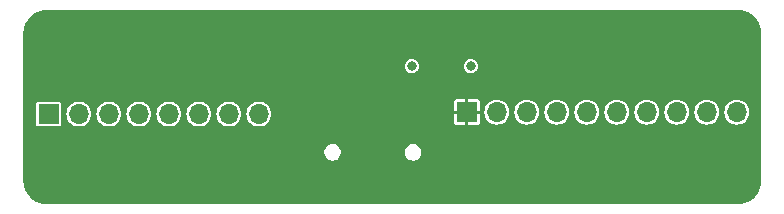
<source format=gbr>
%TF.GenerationSoftware,KiCad,Pcbnew,7.0.7*%
%TF.CreationDate,2023-12-21T12:45:23+01:00*%
%TF.ProjectId,IR range extender v0r1,49522072-616e-4676-9520-657874656e64,rev?*%
%TF.SameCoordinates,Original*%
%TF.FileFunction,Copper,L3,Inr*%
%TF.FilePolarity,Positive*%
%FSLAX46Y46*%
G04 Gerber Fmt 4.6, Leading zero omitted, Abs format (unit mm)*
G04 Created by KiCad (PCBNEW 7.0.7) date 2023-12-21 12:45:23*
%MOMM*%
%LPD*%
G01*
G04 APERTURE LIST*
%TA.AperFunction,ComponentPad*%
%ADD10R,1.700000X1.700000*%
%TD*%
%TA.AperFunction,ComponentPad*%
%ADD11O,1.700000X1.700000*%
%TD*%
%TA.AperFunction,ViaPad*%
%ADD12C,0.800000*%
%TD*%
G04 APERTURE END LIST*
D10*
%TO.N,unconnected-(J2-Pin_1-Pad1)*%
%TO.C,J2*%
X63660000Y-84350000D03*
D11*
%TO.N,A7*%
X66200000Y-84350000D03*
%TO.N,unconnected-(J2-Pin_3-Pad3)*%
X68740000Y-84350000D03*
%TO.N,unconnected-(J2-Pin_4-Pad4)*%
X71280000Y-84350000D03*
%TO.N,unconnected-(J2-Pin_5-Pad5)*%
X73820000Y-84350000D03*
%TO.N,unconnected-(J2-Pin_6-Pad6)*%
X76360000Y-84350000D03*
%TO.N,unconnected-(J2-Pin_7-Pad7)*%
X78900000Y-84350000D03*
%TO.N,GND*%
X81440000Y-84350000D03*
%TD*%
D10*
%TO.N,+3.3V*%
%TO.C,J1*%
X99060000Y-84200000D03*
D11*
%TO.N,unconnected-(J1-Pin_2-Pad2)*%
X101600000Y-84200000D03*
%TO.N,GND*%
X104140000Y-84200000D03*
%TO.N,unconnected-(J1-Pin_4-Pad4)*%
X106680000Y-84200000D03*
%TO.N,unconnected-(J1-Pin_5-Pad5)*%
X109220000Y-84200000D03*
%TO.N,unconnected-(J1-Pin_6-Pad6)*%
X111760000Y-84200000D03*
%TO.N,unconnected-(J1-Pin_7-Pad7)*%
X114300000Y-84200000D03*
%TO.N,unconnected-(J1-Pin_8-Pad8)*%
X116840000Y-84200000D03*
%TO.N,unconnected-(J1-Pin_9-Pad9)*%
X119380000Y-84200000D03*
%TO.N,GND*%
X121920000Y-84200000D03*
%TD*%
D12*
%TO.N,+3.3V*%
X68600000Y-82500000D03*
X106200000Y-88600000D03*
X117000000Y-82500000D03*
%TO.N,Net-(Q2-B)*%
X94400000Y-80300000D03*
X99400000Y-80300000D03*
%TD*%
%TA.AperFunction,Conductor*%
%TO.N,+3.3V*%
G36*
X121986799Y-75514780D02*
G01*
X122069468Y-75520198D01*
X122253136Y-75533333D01*
X122257014Y-75533854D01*
X122375239Y-75557370D01*
X122521142Y-75589110D01*
X122524539Y-75590052D01*
X122645215Y-75631016D01*
X122778992Y-75680912D01*
X122781878Y-75682158D01*
X122898739Y-75739787D01*
X123021904Y-75807040D01*
X123024289Y-75808484D01*
X123082361Y-75847286D01*
X123133113Y-75881198D01*
X123134484Y-75882168D01*
X123245381Y-75965184D01*
X123247264Y-75966711D01*
X123346037Y-76053333D01*
X123347542Y-76054742D01*
X123445256Y-76152456D01*
X123446665Y-76153961D01*
X123533287Y-76252734D01*
X123534822Y-76254627D01*
X123617826Y-76365508D01*
X123618800Y-76366885D01*
X123691508Y-76475699D01*
X123692964Y-76478104D01*
X123760213Y-76601261D01*
X123817830Y-76718097D01*
X123819093Y-76721023D01*
X123868985Y-76854789D01*
X123909942Y-76975448D01*
X123910895Y-76978881D01*
X123942637Y-77124803D01*
X123966141Y-77242968D01*
X123966666Y-77246870D01*
X123979804Y-77430578D01*
X123983076Y-77480496D01*
X123985219Y-77513200D01*
X123985286Y-77515244D01*
X123985286Y-89984755D01*
X123985219Y-89986800D01*
X123983323Y-90015725D01*
X123979804Y-90069421D01*
X123966666Y-90253128D01*
X123966141Y-90257029D01*
X123942637Y-90375196D01*
X123910895Y-90521117D01*
X123909942Y-90524549D01*
X123868985Y-90645210D01*
X123819093Y-90778975D01*
X123817830Y-90781901D01*
X123760213Y-90898738D01*
X123692964Y-91021894D01*
X123691508Y-91024299D01*
X123618800Y-91133113D01*
X123617826Y-91134490D01*
X123534822Y-91245371D01*
X123533287Y-91247264D01*
X123446665Y-91346037D01*
X123445256Y-91347542D01*
X123347542Y-91445256D01*
X123346037Y-91446665D01*
X123247264Y-91533287D01*
X123245371Y-91534822D01*
X123134490Y-91617826D01*
X123133113Y-91618800D01*
X123024299Y-91691508D01*
X123021894Y-91692964D01*
X122898738Y-91760213D01*
X122781901Y-91817830D01*
X122778975Y-91819093D01*
X122645210Y-91868985D01*
X122524549Y-91909942D01*
X122521117Y-91910895D01*
X122375196Y-91942637D01*
X122257029Y-91966141D01*
X122253128Y-91966666D01*
X122069421Y-91979804D01*
X122018073Y-91983170D01*
X121986799Y-91985219D01*
X121984756Y-91985286D01*
X63515244Y-91985286D01*
X63513200Y-91985219D01*
X63480496Y-91983076D01*
X63430578Y-91979804D01*
X63246870Y-91966666D01*
X63242968Y-91966141D01*
X63124803Y-91942637D01*
X62978881Y-91910895D01*
X62975448Y-91909942D01*
X62854789Y-91868985D01*
X62721023Y-91819093D01*
X62718102Y-91817832D01*
X62601257Y-91760210D01*
X62478104Y-91692964D01*
X62475699Y-91691508D01*
X62366885Y-91618800D01*
X62365508Y-91617826D01*
X62254627Y-91534822D01*
X62252734Y-91533287D01*
X62153961Y-91446665D01*
X62152456Y-91445256D01*
X62054742Y-91347542D01*
X62053333Y-91346037D01*
X61966711Y-91247264D01*
X61965184Y-91245381D01*
X61882168Y-91134484D01*
X61881198Y-91133113D01*
X61856338Y-91095907D01*
X61808484Y-91024289D01*
X61807040Y-91021904D01*
X61739787Y-90898738D01*
X61682158Y-90781878D01*
X61680912Y-90778992D01*
X61631015Y-90645210D01*
X61590052Y-90524539D01*
X61589110Y-90521142D01*
X61557370Y-90375239D01*
X61533854Y-90257014D01*
X61533333Y-90253136D01*
X61520194Y-90069410D01*
X61514780Y-89986800D01*
X61514714Y-89984756D01*
X61514714Y-87684388D01*
X87005002Y-87684388D01*
X87045391Y-87848259D01*
X87045391Y-87848260D01*
X87045392Y-87848261D01*
X87123827Y-87997705D01*
X87235747Y-88124036D01*
X87374646Y-88219911D01*
X87374646Y-88219912D01*
X87471059Y-88256476D01*
X87532456Y-88279761D01*
X87657959Y-88295000D01*
X87657963Y-88295000D01*
X87742041Y-88295000D01*
X87742045Y-88295000D01*
X87867548Y-88279761D01*
X88025357Y-88219912D01*
X88164257Y-88124036D01*
X88276177Y-87997705D01*
X88354612Y-87848261D01*
X88395002Y-87684388D01*
X93804998Y-87684388D01*
X93845387Y-87848259D01*
X93845387Y-87848260D01*
X93845388Y-87848261D01*
X93923823Y-87997705D01*
X94035743Y-88124036D01*
X94174642Y-88219911D01*
X94174642Y-88219912D01*
X94271055Y-88256476D01*
X94332452Y-88279761D01*
X94457955Y-88295000D01*
X94457959Y-88295000D01*
X94542037Y-88295000D01*
X94542041Y-88295000D01*
X94667544Y-88279761D01*
X94825353Y-88219912D01*
X94964253Y-88124036D01*
X95076173Y-87997705D01*
X95154608Y-87848261D01*
X95194998Y-87684388D01*
X95194998Y-87515612D01*
X95154608Y-87351739D01*
X95076173Y-87202295D01*
X94964253Y-87075964D01*
X94825353Y-86980088D01*
X94825353Y-86980087D01*
X94667545Y-86920239D01*
X94642443Y-86917191D01*
X94542041Y-86905000D01*
X94457955Y-86905000D01*
X94374286Y-86915159D01*
X94332450Y-86920239D01*
X94174642Y-86980087D01*
X94174642Y-86980088D01*
X94035744Y-87075963D01*
X94035742Y-87075965D01*
X93923822Y-87202296D01*
X93845387Y-87351740D01*
X93804998Y-87515611D01*
X93804998Y-87684388D01*
X88395002Y-87684388D01*
X88395002Y-87515612D01*
X88354612Y-87351739D01*
X88276177Y-87202295D01*
X88164257Y-87075964D01*
X88025357Y-86980088D01*
X88025357Y-86980087D01*
X87867549Y-86920239D01*
X87842447Y-86917191D01*
X87742045Y-86905000D01*
X87657959Y-86905000D01*
X87574290Y-86915159D01*
X87532454Y-86920239D01*
X87374646Y-86980087D01*
X87374646Y-86980088D01*
X87235748Y-87075963D01*
X87235746Y-87075965D01*
X87123826Y-87202296D01*
X87045391Y-87351740D01*
X87005002Y-87515611D01*
X87005002Y-87684388D01*
X61514714Y-87684388D01*
X61514714Y-85219744D01*
X62609499Y-85219744D01*
X62609500Y-85219748D01*
X62621133Y-85278231D01*
X62665448Y-85344552D01*
X62731769Y-85388867D01*
X62790252Y-85400500D01*
X62790255Y-85400500D01*
X64529745Y-85400500D01*
X64529748Y-85400500D01*
X64588231Y-85388867D01*
X64654552Y-85344552D01*
X64698867Y-85278231D01*
X64710500Y-85219748D01*
X64710500Y-84350000D01*
X65144417Y-84350000D01*
X65164700Y-84555936D01*
X65164702Y-84555942D01*
X65224766Y-84753952D01*
X65224767Y-84753954D01*
X65322312Y-84936446D01*
X65322314Y-84936449D01*
X65322315Y-84936450D01*
X65453590Y-85096410D01*
X65613550Y-85227685D01*
X65613551Y-85227685D01*
X65613553Y-85227687D01*
X65796045Y-85325232D01*
X65796047Y-85325233D01*
X65938763Y-85368524D01*
X65994066Y-85385300D01*
X66200000Y-85405583D01*
X66405934Y-85385300D01*
X66540264Y-85344552D01*
X66603952Y-85325233D01*
X66603954Y-85325232D01*
X66786446Y-85227687D01*
X66786445Y-85227687D01*
X66786450Y-85227685D01*
X66946410Y-85096410D01*
X67077685Y-84936450D01*
X67175232Y-84753954D01*
X67235300Y-84555934D01*
X67255583Y-84350000D01*
X67255583Y-84349999D01*
X67684417Y-84349999D01*
X67704700Y-84555936D01*
X67704702Y-84555942D01*
X67764766Y-84753952D01*
X67764767Y-84753954D01*
X67862312Y-84936446D01*
X67862314Y-84936449D01*
X67862315Y-84936450D01*
X67993590Y-85096410D01*
X68153550Y-85227685D01*
X68153551Y-85227685D01*
X68153553Y-85227687D01*
X68336045Y-85325232D01*
X68336047Y-85325233D01*
X68478763Y-85368524D01*
X68534066Y-85385300D01*
X68740000Y-85405583D01*
X68945934Y-85385300D01*
X69080264Y-85344552D01*
X69143952Y-85325233D01*
X69143954Y-85325232D01*
X69326446Y-85227687D01*
X69326445Y-85227687D01*
X69326450Y-85227685D01*
X69486410Y-85096410D01*
X69617685Y-84936450D01*
X69715232Y-84753954D01*
X69775300Y-84555934D01*
X69795583Y-84350000D01*
X69795583Y-84349999D01*
X70224417Y-84349999D01*
X70244700Y-84555936D01*
X70244702Y-84555942D01*
X70304766Y-84753952D01*
X70304767Y-84753954D01*
X70402312Y-84936446D01*
X70402314Y-84936449D01*
X70402315Y-84936450D01*
X70533590Y-85096410D01*
X70693550Y-85227685D01*
X70693551Y-85227685D01*
X70693553Y-85227687D01*
X70876045Y-85325232D01*
X70876047Y-85325233D01*
X71018763Y-85368524D01*
X71074066Y-85385300D01*
X71280000Y-85405583D01*
X71485934Y-85385300D01*
X71620264Y-85344552D01*
X71683952Y-85325233D01*
X71683954Y-85325232D01*
X71866446Y-85227687D01*
X71866445Y-85227687D01*
X71866450Y-85227685D01*
X72026410Y-85096410D01*
X72157685Y-84936450D01*
X72255232Y-84753954D01*
X72315300Y-84555934D01*
X72335583Y-84350000D01*
X72335583Y-84349999D01*
X72764417Y-84349999D01*
X72784700Y-84555936D01*
X72784702Y-84555942D01*
X72844766Y-84753952D01*
X72844767Y-84753954D01*
X72942312Y-84936446D01*
X72942314Y-84936449D01*
X72942315Y-84936450D01*
X73073590Y-85096410D01*
X73233550Y-85227685D01*
X73233551Y-85227685D01*
X73233553Y-85227687D01*
X73416045Y-85325232D01*
X73416047Y-85325233D01*
X73558763Y-85368524D01*
X73614066Y-85385300D01*
X73820000Y-85405583D01*
X74025934Y-85385300D01*
X74160264Y-85344552D01*
X74223952Y-85325233D01*
X74223954Y-85325232D01*
X74406446Y-85227687D01*
X74406445Y-85227687D01*
X74406450Y-85227685D01*
X74566410Y-85096410D01*
X74697685Y-84936450D01*
X74795232Y-84753954D01*
X74855300Y-84555934D01*
X74875583Y-84350000D01*
X75304417Y-84350000D01*
X75324700Y-84555936D01*
X75324702Y-84555942D01*
X75384766Y-84753952D01*
X75384767Y-84753954D01*
X75482312Y-84936446D01*
X75482314Y-84936449D01*
X75482315Y-84936450D01*
X75613590Y-85096410D01*
X75773550Y-85227685D01*
X75773551Y-85227685D01*
X75773553Y-85227687D01*
X75956045Y-85325232D01*
X75956047Y-85325233D01*
X76098763Y-85368524D01*
X76154066Y-85385300D01*
X76360000Y-85405583D01*
X76565934Y-85385300D01*
X76700264Y-85344552D01*
X76763952Y-85325233D01*
X76763954Y-85325232D01*
X76946446Y-85227687D01*
X76946445Y-85227687D01*
X76946450Y-85227685D01*
X77106410Y-85096410D01*
X77237685Y-84936450D01*
X77335232Y-84753954D01*
X77395300Y-84555934D01*
X77415583Y-84350000D01*
X77415583Y-84349999D01*
X77844417Y-84349999D01*
X77864700Y-84555936D01*
X77864702Y-84555942D01*
X77924766Y-84753952D01*
X77924767Y-84753954D01*
X78022312Y-84936446D01*
X78022314Y-84936449D01*
X78022315Y-84936450D01*
X78153590Y-85096410D01*
X78313550Y-85227685D01*
X78313551Y-85227685D01*
X78313553Y-85227687D01*
X78496045Y-85325232D01*
X78496047Y-85325233D01*
X78638763Y-85368524D01*
X78694066Y-85385300D01*
X78900000Y-85405583D01*
X79105934Y-85385300D01*
X79240264Y-85344552D01*
X79303952Y-85325233D01*
X79303954Y-85325232D01*
X79486446Y-85227687D01*
X79486445Y-85227687D01*
X79486450Y-85227685D01*
X79646410Y-85096410D01*
X79777685Y-84936450D01*
X79875232Y-84753954D01*
X79935300Y-84555934D01*
X79955583Y-84350000D01*
X79955583Y-84349999D01*
X80384417Y-84349999D01*
X80404700Y-84555936D01*
X80404702Y-84555942D01*
X80464766Y-84753952D01*
X80464767Y-84753954D01*
X80562312Y-84936446D01*
X80562314Y-84936449D01*
X80562315Y-84936450D01*
X80693590Y-85096410D01*
X80853550Y-85227685D01*
X80853551Y-85227685D01*
X80853553Y-85227687D01*
X81036045Y-85325232D01*
X81036047Y-85325233D01*
X81178763Y-85368524D01*
X81234066Y-85385300D01*
X81440000Y-85405583D01*
X81645934Y-85385300D01*
X81780264Y-85344552D01*
X81843952Y-85325233D01*
X81843954Y-85325232D01*
X82026446Y-85227687D01*
X82026445Y-85227687D01*
X82026450Y-85227685D01*
X82186410Y-85096410D01*
X82203807Y-85075212D01*
X97954000Y-85075212D01*
X97968853Y-85149886D01*
X98025432Y-85234561D01*
X98025438Y-85234567D01*
X98110113Y-85291146D01*
X98184787Y-85306000D01*
X98931999Y-85306000D01*
X98932000Y-85305999D01*
X98932000Y-84759444D01*
X98950452Y-84714896D01*
X98995000Y-84696444D01*
X99003958Y-84697084D01*
X99024237Y-84700000D01*
X99024243Y-84700000D01*
X99095757Y-84700000D01*
X99095763Y-84700000D01*
X99116034Y-84697085D01*
X99162754Y-84709009D01*
X99187359Y-84750477D01*
X99188000Y-84759444D01*
X99188000Y-85305999D01*
X99188001Y-85306000D01*
X99935213Y-85306000D01*
X100009886Y-85291146D01*
X100094561Y-85234567D01*
X100094567Y-85234561D01*
X100151146Y-85149886D01*
X100165999Y-85075212D01*
X100165999Y-84328000D01*
X99623000Y-84328000D01*
X99578452Y-84309548D01*
X99560000Y-84265000D01*
X99560000Y-84200000D01*
X100544417Y-84200000D01*
X100564700Y-84405936D01*
X100564702Y-84405942D01*
X100624766Y-84603952D01*
X100624767Y-84603954D01*
X100722312Y-84786446D01*
X100722314Y-84786449D01*
X100722315Y-84786450D01*
X100853590Y-84946410D01*
X101013550Y-85077685D01*
X101013551Y-85077685D01*
X101013553Y-85077687D01*
X101196045Y-85175232D01*
X101196047Y-85175233D01*
X101338763Y-85218524D01*
X101394066Y-85235300D01*
X101600000Y-85255583D01*
X101805934Y-85235300D01*
X101923378Y-85199674D01*
X102003952Y-85175233D01*
X102003954Y-85175232D01*
X102186446Y-85077687D01*
X102186445Y-85077687D01*
X102186450Y-85077685D01*
X102346410Y-84946410D01*
X102477685Y-84786450D01*
X102575232Y-84603954D01*
X102635300Y-84405934D01*
X102655583Y-84200000D01*
X103084417Y-84200000D01*
X103104700Y-84405936D01*
X103104702Y-84405942D01*
X103164766Y-84603952D01*
X103164767Y-84603954D01*
X103262312Y-84786446D01*
X103262314Y-84786449D01*
X103262315Y-84786450D01*
X103393590Y-84946410D01*
X103553550Y-85077685D01*
X103553551Y-85077685D01*
X103553553Y-85077687D01*
X103736045Y-85175232D01*
X103736047Y-85175233D01*
X103878763Y-85218524D01*
X103934066Y-85235300D01*
X104140000Y-85255583D01*
X104345934Y-85235300D01*
X104463378Y-85199674D01*
X104543952Y-85175233D01*
X104543954Y-85175232D01*
X104726446Y-85077687D01*
X104726445Y-85077687D01*
X104726450Y-85077685D01*
X104886410Y-84946410D01*
X105017685Y-84786450D01*
X105115232Y-84603954D01*
X105175300Y-84405934D01*
X105195583Y-84200000D01*
X105624417Y-84200000D01*
X105644700Y-84405936D01*
X105644702Y-84405942D01*
X105704766Y-84603952D01*
X105704767Y-84603954D01*
X105802312Y-84786446D01*
X105802314Y-84786449D01*
X105802315Y-84786450D01*
X105933590Y-84946410D01*
X106093550Y-85077685D01*
X106093551Y-85077685D01*
X106093553Y-85077687D01*
X106276045Y-85175232D01*
X106276047Y-85175233D01*
X106418763Y-85218524D01*
X106474066Y-85235300D01*
X106680000Y-85255583D01*
X106885934Y-85235300D01*
X107003378Y-85199674D01*
X107083952Y-85175233D01*
X107083954Y-85175232D01*
X107266446Y-85077687D01*
X107266445Y-85077687D01*
X107266450Y-85077685D01*
X107426410Y-84946410D01*
X107557685Y-84786450D01*
X107655232Y-84603954D01*
X107715300Y-84405934D01*
X107735583Y-84200000D01*
X107735583Y-84199999D01*
X108164417Y-84199999D01*
X108184700Y-84405936D01*
X108184702Y-84405942D01*
X108244766Y-84603952D01*
X108244767Y-84603954D01*
X108342312Y-84786446D01*
X108342314Y-84786449D01*
X108342315Y-84786450D01*
X108473590Y-84946410D01*
X108633550Y-85077685D01*
X108633551Y-85077685D01*
X108633553Y-85077687D01*
X108816045Y-85175232D01*
X108816047Y-85175233D01*
X108958763Y-85218524D01*
X109014066Y-85235300D01*
X109220000Y-85255583D01*
X109425934Y-85235300D01*
X109543378Y-85199674D01*
X109623952Y-85175233D01*
X109623954Y-85175232D01*
X109806446Y-85077687D01*
X109806445Y-85077687D01*
X109806450Y-85077685D01*
X109966410Y-84946410D01*
X110097685Y-84786450D01*
X110195232Y-84603954D01*
X110255300Y-84405934D01*
X110275583Y-84200000D01*
X110275583Y-84199999D01*
X110704417Y-84199999D01*
X110724700Y-84405936D01*
X110724702Y-84405942D01*
X110784766Y-84603952D01*
X110784767Y-84603954D01*
X110882312Y-84786446D01*
X110882314Y-84786449D01*
X110882315Y-84786450D01*
X111013590Y-84946410D01*
X111173550Y-85077685D01*
X111173551Y-85077685D01*
X111173553Y-85077687D01*
X111356045Y-85175232D01*
X111356047Y-85175233D01*
X111498763Y-85218524D01*
X111554066Y-85235300D01*
X111760000Y-85255583D01*
X111965934Y-85235300D01*
X112083378Y-85199674D01*
X112163952Y-85175233D01*
X112163954Y-85175232D01*
X112346446Y-85077687D01*
X112346445Y-85077687D01*
X112346450Y-85077685D01*
X112506410Y-84946410D01*
X112637685Y-84786450D01*
X112735232Y-84603954D01*
X112795300Y-84405934D01*
X112815583Y-84200000D01*
X112815583Y-84199999D01*
X113244417Y-84199999D01*
X113264700Y-84405936D01*
X113264702Y-84405942D01*
X113324766Y-84603952D01*
X113324767Y-84603954D01*
X113422312Y-84786446D01*
X113422314Y-84786449D01*
X113422315Y-84786450D01*
X113553590Y-84946410D01*
X113713550Y-85077685D01*
X113713551Y-85077685D01*
X113713553Y-85077687D01*
X113896045Y-85175232D01*
X113896047Y-85175233D01*
X114038763Y-85218524D01*
X114094066Y-85235300D01*
X114300000Y-85255583D01*
X114505934Y-85235300D01*
X114623378Y-85199674D01*
X114703952Y-85175233D01*
X114703954Y-85175232D01*
X114886446Y-85077687D01*
X114886445Y-85077687D01*
X114886450Y-85077685D01*
X115046410Y-84946410D01*
X115177685Y-84786450D01*
X115275232Y-84603954D01*
X115335300Y-84405934D01*
X115355583Y-84200000D01*
X115355583Y-84199999D01*
X115784417Y-84199999D01*
X115804700Y-84405936D01*
X115804702Y-84405942D01*
X115864766Y-84603952D01*
X115864767Y-84603954D01*
X115962312Y-84786446D01*
X115962314Y-84786449D01*
X115962315Y-84786450D01*
X116093590Y-84946410D01*
X116253550Y-85077685D01*
X116253551Y-85077685D01*
X116253553Y-85077687D01*
X116436045Y-85175232D01*
X116436047Y-85175233D01*
X116578763Y-85218524D01*
X116634066Y-85235300D01*
X116840000Y-85255583D01*
X117045934Y-85235300D01*
X117163378Y-85199674D01*
X117243952Y-85175233D01*
X117243954Y-85175232D01*
X117426446Y-85077687D01*
X117426445Y-85077687D01*
X117426450Y-85077685D01*
X117586410Y-84946410D01*
X117717685Y-84786450D01*
X117815232Y-84603954D01*
X117875300Y-84405934D01*
X117895583Y-84200000D01*
X118324417Y-84200000D01*
X118344700Y-84405936D01*
X118344702Y-84405942D01*
X118404766Y-84603952D01*
X118404767Y-84603954D01*
X118502312Y-84786446D01*
X118502314Y-84786449D01*
X118502315Y-84786450D01*
X118633590Y-84946410D01*
X118793550Y-85077685D01*
X118793551Y-85077685D01*
X118793553Y-85077687D01*
X118976045Y-85175232D01*
X118976047Y-85175233D01*
X119118763Y-85218524D01*
X119174066Y-85235300D01*
X119380000Y-85255583D01*
X119585934Y-85235300D01*
X119703378Y-85199674D01*
X119783952Y-85175233D01*
X119783954Y-85175232D01*
X119966446Y-85077687D01*
X119966445Y-85077687D01*
X119966450Y-85077685D01*
X120126410Y-84946410D01*
X120257685Y-84786450D01*
X120355232Y-84603954D01*
X120415300Y-84405934D01*
X120435583Y-84200000D01*
X120864417Y-84200000D01*
X120884700Y-84405936D01*
X120884702Y-84405942D01*
X120944766Y-84603952D01*
X120944767Y-84603954D01*
X121042312Y-84786446D01*
X121042314Y-84786449D01*
X121042315Y-84786450D01*
X121173590Y-84946410D01*
X121333550Y-85077685D01*
X121333551Y-85077685D01*
X121333553Y-85077687D01*
X121516045Y-85175232D01*
X121516047Y-85175233D01*
X121658763Y-85218524D01*
X121714066Y-85235300D01*
X121920000Y-85255583D01*
X122125934Y-85235300D01*
X122243378Y-85199674D01*
X122323952Y-85175233D01*
X122323954Y-85175232D01*
X122506446Y-85077687D01*
X122506445Y-85077687D01*
X122506450Y-85077685D01*
X122666410Y-84946410D01*
X122797685Y-84786450D01*
X122895232Y-84603954D01*
X122955300Y-84405934D01*
X122975583Y-84200000D01*
X122955300Y-83994066D01*
X122938524Y-83938763D01*
X122895233Y-83796047D01*
X122895232Y-83796045D01*
X122797687Y-83613553D01*
X122789511Y-83603590D01*
X122666410Y-83453590D01*
X122506450Y-83322315D01*
X122506449Y-83322314D01*
X122506446Y-83322312D01*
X122323954Y-83224767D01*
X122323952Y-83224766D01*
X122125942Y-83164702D01*
X122125936Y-83164700D01*
X121920000Y-83144417D01*
X121714063Y-83164700D01*
X121714057Y-83164702D01*
X121516047Y-83224766D01*
X121516045Y-83224767D01*
X121333553Y-83322312D01*
X121173590Y-83453590D01*
X121042312Y-83613553D01*
X120944767Y-83796045D01*
X120944766Y-83796047D01*
X120884702Y-83994057D01*
X120884700Y-83994063D01*
X120864417Y-84200000D01*
X120435583Y-84200000D01*
X120415300Y-83994066D01*
X120398524Y-83938763D01*
X120355233Y-83796047D01*
X120355232Y-83796045D01*
X120257687Y-83613553D01*
X120249511Y-83603590D01*
X120126410Y-83453590D01*
X119966450Y-83322315D01*
X119966449Y-83322314D01*
X119966446Y-83322312D01*
X119783954Y-83224767D01*
X119783952Y-83224766D01*
X119585942Y-83164702D01*
X119585936Y-83164700D01*
X119448644Y-83151178D01*
X119380000Y-83144417D01*
X119379999Y-83144417D01*
X119174063Y-83164700D01*
X119174057Y-83164702D01*
X118976047Y-83224766D01*
X118976045Y-83224767D01*
X118793553Y-83322312D01*
X118633590Y-83453590D01*
X118502312Y-83613553D01*
X118404767Y-83796045D01*
X118404766Y-83796047D01*
X118344702Y-83994057D01*
X118344700Y-83994063D01*
X118324417Y-84200000D01*
X117895583Y-84200000D01*
X117875300Y-83994066D01*
X117858524Y-83938763D01*
X117815233Y-83796047D01*
X117815232Y-83796045D01*
X117717687Y-83613553D01*
X117709511Y-83603590D01*
X117586410Y-83453590D01*
X117426450Y-83322315D01*
X117426449Y-83322314D01*
X117426446Y-83322312D01*
X117243954Y-83224767D01*
X117243952Y-83224766D01*
X117045942Y-83164702D01*
X117045936Y-83164700D01*
X116840000Y-83144417D01*
X116634063Y-83164700D01*
X116634057Y-83164702D01*
X116436047Y-83224766D01*
X116436045Y-83224767D01*
X116253553Y-83322312D01*
X116093590Y-83453590D01*
X115962312Y-83613553D01*
X115864767Y-83796045D01*
X115864766Y-83796047D01*
X115804702Y-83994057D01*
X115804700Y-83994063D01*
X115784417Y-84199999D01*
X115355583Y-84199999D01*
X115335300Y-83994066D01*
X115318524Y-83938763D01*
X115275233Y-83796047D01*
X115275232Y-83796045D01*
X115177687Y-83613553D01*
X115169511Y-83603590D01*
X115046410Y-83453590D01*
X114886450Y-83322315D01*
X114886449Y-83322314D01*
X114886446Y-83322312D01*
X114703954Y-83224767D01*
X114703952Y-83224766D01*
X114505942Y-83164702D01*
X114505936Y-83164700D01*
X114300000Y-83144417D01*
X114094063Y-83164700D01*
X114094057Y-83164702D01*
X113896047Y-83224766D01*
X113896045Y-83224767D01*
X113713553Y-83322312D01*
X113553590Y-83453590D01*
X113422312Y-83613553D01*
X113324767Y-83796045D01*
X113324766Y-83796047D01*
X113264702Y-83994057D01*
X113264700Y-83994063D01*
X113244417Y-84199999D01*
X112815583Y-84199999D01*
X112795300Y-83994066D01*
X112778524Y-83938763D01*
X112735233Y-83796047D01*
X112735232Y-83796045D01*
X112637687Y-83613553D01*
X112629511Y-83603590D01*
X112506410Y-83453590D01*
X112346450Y-83322315D01*
X112346449Y-83322314D01*
X112346446Y-83322312D01*
X112163954Y-83224767D01*
X112163952Y-83224766D01*
X111965942Y-83164702D01*
X111965936Y-83164700D01*
X111760000Y-83144417D01*
X111554063Y-83164700D01*
X111554057Y-83164702D01*
X111356047Y-83224766D01*
X111356045Y-83224767D01*
X111173553Y-83322312D01*
X111013590Y-83453590D01*
X110882312Y-83613553D01*
X110784767Y-83796045D01*
X110784766Y-83796047D01*
X110724702Y-83994057D01*
X110724700Y-83994063D01*
X110704417Y-84199999D01*
X110275583Y-84199999D01*
X110255300Y-83994066D01*
X110238524Y-83938763D01*
X110195233Y-83796047D01*
X110195232Y-83796045D01*
X110097687Y-83613553D01*
X110089511Y-83603590D01*
X109966410Y-83453590D01*
X109806450Y-83322315D01*
X109806449Y-83322314D01*
X109806446Y-83322312D01*
X109623954Y-83224767D01*
X109623952Y-83224766D01*
X109425942Y-83164702D01*
X109425936Y-83164700D01*
X109288644Y-83151178D01*
X109220000Y-83144417D01*
X109219999Y-83144417D01*
X109014063Y-83164700D01*
X109014057Y-83164702D01*
X108816047Y-83224766D01*
X108816045Y-83224767D01*
X108633553Y-83322312D01*
X108473590Y-83453590D01*
X108342312Y-83613553D01*
X108244767Y-83796045D01*
X108244766Y-83796047D01*
X108184702Y-83994057D01*
X108184700Y-83994063D01*
X108164417Y-84199999D01*
X107735583Y-84199999D01*
X107715300Y-83994066D01*
X107698524Y-83938763D01*
X107655233Y-83796047D01*
X107655232Y-83796045D01*
X107557687Y-83613553D01*
X107549511Y-83603590D01*
X107426410Y-83453590D01*
X107266450Y-83322315D01*
X107266449Y-83322314D01*
X107266446Y-83322312D01*
X107083954Y-83224767D01*
X107083952Y-83224766D01*
X106885942Y-83164702D01*
X106885936Y-83164700D01*
X106680000Y-83144417D01*
X106474063Y-83164700D01*
X106474057Y-83164702D01*
X106276047Y-83224766D01*
X106276045Y-83224767D01*
X106093553Y-83322312D01*
X105933590Y-83453590D01*
X105802312Y-83613553D01*
X105704767Y-83796045D01*
X105704766Y-83796047D01*
X105644702Y-83994057D01*
X105644700Y-83994063D01*
X105624417Y-84200000D01*
X105195583Y-84200000D01*
X105175300Y-83994066D01*
X105158524Y-83938763D01*
X105115233Y-83796047D01*
X105115232Y-83796045D01*
X105017687Y-83613553D01*
X105009511Y-83603590D01*
X104886410Y-83453590D01*
X104726450Y-83322315D01*
X104726449Y-83322314D01*
X104726446Y-83322312D01*
X104543954Y-83224767D01*
X104543952Y-83224766D01*
X104345942Y-83164702D01*
X104345936Y-83164700D01*
X104140000Y-83144417D01*
X103934063Y-83164700D01*
X103934057Y-83164702D01*
X103736047Y-83224766D01*
X103736045Y-83224767D01*
X103553553Y-83322312D01*
X103393590Y-83453590D01*
X103262312Y-83613553D01*
X103164767Y-83796045D01*
X103164766Y-83796047D01*
X103104702Y-83994057D01*
X103104700Y-83994063D01*
X103084417Y-84200000D01*
X102655583Y-84200000D01*
X102635300Y-83994066D01*
X102618524Y-83938763D01*
X102575233Y-83796047D01*
X102575232Y-83796045D01*
X102477687Y-83613553D01*
X102469511Y-83603590D01*
X102346410Y-83453590D01*
X102186450Y-83322315D01*
X102186449Y-83322314D01*
X102186446Y-83322312D01*
X102003954Y-83224767D01*
X102003952Y-83224766D01*
X101805942Y-83164702D01*
X101805936Y-83164700D01*
X101600000Y-83144417D01*
X101394063Y-83164700D01*
X101394057Y-83164702D01*
X101196047Y-83224766D01*
X101196045Y-83224767D01*
X101013553Y-83322312D01*
X100853590Y-83453590D01*
X100722312Y-83613553D01*
X100624767Y-83796045D01*
X100624766Y-83796047D01*
X100564702Y-83994057D01*
X100564700Y-83994063D01*
X100544417Y-84200000D01*
X99560000Y-84200000D01*
X99560000Y-84135000D01*
X99578452Y-84090452D01*
X99623000Y-84072000D01*
X100165999Y-84072000D01*
X100165999Y-83324787D01*
X100151146Y-83250113D01*
X100094567Y-83165438D01*
X100094561Y-83165432D01*
X100009886Y-83108853D01*
X99935213Y-83094000D01*
X99188001Y-83094000D01*
X99188000Y-83094001D01*
X99188000Y-83640555D01*
X99169548Y-83685103D01*
X99125000Y-83703555D01*
X99116037Y-83702914D01*
X99095764Y-83700000D01*
X99095763Y-83700000D01*
X99024237Y-83700000D01*
X99024236Y-83700000D01*
X99003963Y-83702914D01*
X98957244Y-83690988D01*
X98932641Y-83649518D01*
X98932000Y-83640555D01*
X98932000Y-83094001D01*
X98931999Y-83094000D01*
X98184787Y-83094000D01*
X98110113Y-83108853D01*
X98025438Y-83165432D01*
X98025432Y-83165438D01*
X97968853Y-83250113D01*
X97954000Y-83324787D01*
X97954000Y-84071999D01*
X97954001Y-84072000D01*
X98497000Y-84072000D01*
X98541548Y-84090452D01*
X98560000Y-84135000D01*
X98560000Y-84265000D01*
X98541548Y-84309548D01*
X98497000Y-84328000D01*
X97954000Y-84328000D01*
X97954000Y-85075212D01*
X82203807Y-85075212D01*
X82317685Y-84936450D01*
X82415232Y-84753954D01*
X82475300Y-84555934D01*
X82495583Y-84350000D01*
X82475300Y-84144066D01*
X82429796Y-83994057D01*
X82415233Y-83946047D01*
X82415232Y-83946045D01*
X82317687Y-83763553D01*
X82317685Y-83763550D01*
X82186410Y-83603590D01*
X82026450Y-83472315D01*
X82026449Y-83472314D01*
X82026446Y-83472312D01*
X81843954Y-83374767D01*
X81843952Y-83374766D01*
X81645942Y-83314702D01*
X81645936Y-83314700D01*
X81440000Y-83294417D01*
X81234063Y-83314700D01*
X81234057Y-83314702D01*
X81036047Y-83374766D01*
X81036045Y-83374767D01*
X80853553Y-83472312D01*
X80693590Y-83603590D01*
X80562312Y-83763553D01*
X80464767Y-83946045D01*
X80464766Y-83946047D01*
X80404702Y-84144057D01*
X80404700Y-84144063D01*
X80384417Y-84349999D01*
X79955583Y-84349999D01*
X79935300Y-84144066D01*
X79889796Y-83994057D01*
X79875233Y-83946047D01*
X79875232Y-83946045D01*
X79777687Y-83763553D01*
X79777685Y-83763550D01*
X79646410Y-83603590D01*
X79486450Y-83472315D01*
X79486449Y-83472314D01*
X79486446Y-83472312D01*
X79303954Y-83374767D01*
X79303952Y-83374766D01*
X79105942Y-83314702D01*
X79105936Y-83314700D01*
X78951608Y-83299500D01*
X78900000Y-83294417D01*
X78899999Y-83294417D01*
X78694063Y-83314700D01*
X78694057Y-83314702D01*
X78496047Y-83374766D01*
X78496045Y-83374767D01*
X78313553Y-83472312D01*
X78153590Y-83603590D01*
X78022312Y-83763553D01*
X77924767Y-83946045D01*
X77924766Y-83946047D01*
X77864702Y-84144057D01*
X77864700Y-84144063D01*
X77844417Y-84349999D01*
X77415583Y-84349999D01*
X77395300Y-84144066D01*
X77349796Y-83994057D01*
X77335233Y-83946047D01*
X77335232Y-83946045D01*
X77237687Y-83763553D01*
X77237685Y-83763550D01*
X77106410Y-83603590D01*
X76946450Y-83472315D01*
X76946449Y-83472314D01*
X76946446Y-83472312D01*
X76763954Y-83374767D01*
X76763952Y-83374766D01*
X76565942Y-83314702D01*
X76565936Y-83314700D01*
X76360000Y-83294417D01*
X76154063Y-83314700D01*
X76154057Y-83314702D01*
X75956047Y-83374766D01*
X75956045Y-83374767D01*
X75773553Y-83472312D01*
X75613590Y-83603590D01*
X75482312Y-83763553D01*
X75384767Y-83946045D01*
X75384766Y-83946047D01*
X75324702Y-84144057D01*
X75324700Y-84144063D01*
X75304417Y-84350000D01*
X74875583Y-84350000D01*
X74855300Y-84144066D01*
X74809796Y-83994057D01*
X74795233Y-83946047D01*
X74795232Y-83946045D01*
X74697687Y-83763553D01*
X74697685Y-83763550D01*
X74566410Y-83603590D01*
X74406450Y-83472315D01*
X74406449Y-83472314D01*
X74406446Y-83472312D01*
X74223954Y-83374767D01*
X74223952Y-83374766D01*
X74025942Y-83314702D01*
X74025936Y-83314700D01*
X73820000Y-83294417D01*
X73614063Y-83314700D01*
X73614057Y-83314702D01*
X73416047Y-83374766D01*
X73416045Y-83374767D01*
X73233553Y-83472312D01*
X73073590Y-83603590D01*
X72942312Y-83763553D01*
X72844767Y-83946045D01*
X72844766Y-83946047D01*
X72784702Y-84144057D01*
X72784700Y-84144063D01*
X72764417Y-84349999D01*
X72335583Y-84349999D01*
X72315300Y-84144066D01*
X72269796Y-83994057D01*
X72255233Y-83946047D01*
X72255232Y-83946045D01*
X72157687Y-83763553D01*
X72157685Y-83763550D01*
X72026410Y-83603590D01*
X71866450Y-83472315D01*
X71866449Y-83472314D01*
X71866446Y-83472312D01*
X71683954Y-83374767D01*
X71683952Y-83374766D01*
X71485942Y-83314702D01*
X71485936Y-83314700D01*
X71280000Y-83294417D01*
X71074063Y-83314700D01*
X71074057Y-83314702D01*
X70876047Y-83374766D01*
X70876045Y-83374767D01*
X70693553Y-83472312D01*
X70533590Y-83603590D01*
X70402312Y-83763553D01*
X70304767Y-83946045D01*
X70304766Y-83946047D01*
X70244702Y-84144057D01*
X70244700Y-84144063D01*
X70224417Y-84349999D01*
X69795583Y-84349999D01*
X69775300Y-84144066D01*
X69729796Y-83994057D01*
X69715233Y-83946047D01*
X69715232Y-83946045D01*
X69617687Y-83763553D01*
X69617685Y-83763550D01*
X69486410Y-83603590D01*
X69326450Y-83472315D01*
X69326449Y-83472314D01*
X69326446Y-83472312D01*
X69143954Y-83374767D01*
X69143952Y-83374766D01*
X68945942Y-83314702D01*
X68945936Y-83314700D01*
X68791608Y-83299500D01*
X68740000Y-83294417D01*
X68739999Y-83294417D01*
X68534063Y-83314700D01*
X68534057Y-83314702D01*
X68336047Y-83374766D01*
X68336045Y-83374767D01*
X68153553Y-83472312D01*
X67993590Y-83603590D01*
X67862312Y-83763553D01*
X67764767Y-83946045D01*
X67764766Y-83946047D01*
X67704702Y-84144057D01*
X67704700Y-84144063D01*
X67684417Y-84349999D01*
X67255583Y-84349999D01*
X67235300Y-84144066D01*
X67189796Y-83994057D01*
X67175233Y-83946047D01*
X67175232Y-83946045D01*
X67077687Y-83763553D01*
X67077685Y-83763550D01*
X66946410Y-83603590D01*
X66786450Y-83472315D01*
X66786449Y-83472314D01*
X66786446Y-83472312D01*
X66603954Y-83374767D01*
X66603952Y-83374766D01*
X66405942Y-83314702D01*
X66405936Y-83314700D01*
X66200000Y-83294417D01*
X65994063Y-83314700D01*
X65994057Y-83314702D01*
X65796047Y-83374766D01*
X65796045Y-83374767D01*
X65613553Y-83472312D01*
X65453590Y-83603590D01*
X65322312Y-83763553D01*
X65224767Y-83946045D01*
X65224766Y-83946047D01*
X65164702Y-84144057D01*
X65164700Y-84144063D01*
X65144417Y-84350000D01*
X64710500Y-84350000D01*
X64710500Y-83480252D01*
X64698867Y-83421769D01*
X64654552Y-83355448D01*
X64588231Y-83311133D01*
X64529748Y-83299500D01*
X62790252Y-83299500D01*
X62746389Y-83308224D01*
X62731768Y-83311133D01*
X62665449Y-83355447D01*
X62665447Y-83355449D01*
X62621133Y-83421768D01*
X62609499Y-83480255D01*
X62609499Y-85219744D01*
X61514714Y-85219744D01*
X61514714Y-80300000D01*
X93794318Y-80300000D01*
X93814956Y-80456763D01*
X93814956Y-80456766D01*
X93875463Y-80602839D01*
X93875464Y-80602841D01*
X93971714Y-80728278D01*
X93971721Y-80728285D01*
X94065798Y-80800472D01*
X94097159Y-80824536D01*
X94189274Y-80862691D01*
X94243235Y-80885043D01*
X94243238Y-80885044D01*
X94400000Y-80905682D01*
X94556762Y-80885044D01*
X94556764Y-80885043D01*
X94556766Y-80885043D01*
X94621365Y-80858284D01*
X94702841Y-80824536D01*
X94828282Y-80728282D01*
X94924536Y-80602841D01*
X94958284Y-80521365D01*
X94985043Y-80456766D01*
X94985043Y-80456764D01*
X94985044Y-80456762D01*
X95005682Y-80300000D01*
X98794318Y-80300000D01*
X98814956Y-80456763D01*
X98814956Y-80456766D01*
X98875463Y-80602839D01*
X98875464Y-80602841D01*
X98971714Y-80728278D01*
X98971721Y-80728285D01*
X99065798Y-80800472D01*
X99097159Y-80824536D01*
X99189274Y-80862691D01*
X99243235Y-80885043D01*
X99243238Y-80885044D01*
X99400000Y-80905682D01*
X99556762Y-80885044D01*
X99556764Y-80885043D01*
X99556766Y-80885043D01*
X99621365Y-80858284D01*
X99702841Y-80824536D01*
X99828282Y-80728282D01*
X99924536Y-80602841D01*
X99958284Y-80521365D01*
X99985043Y-80456766D01*
X99985043Y-80456764D01*
X99985044Y-80456762D01*
X100005682Y-80300000D01*
X99985044Y-80143238D01*
X99985043Y-80143235D01*
X99985043Y-80143233D01*
X99924536Y-79997160D01*
X99924535Y-79997158D01*
X99828285Y-79871721D01*
X99828278Y-79871714D01*
X99702841Y-79775464D01*
X99702839Y-79775463D01*
X99556764Y-79714956D01*
X99400000Y-79694318D01*
X99243236Y-79714956D01*
X99243233Y-79714956D01*
X99097160Y-79775463D01*
X99097158Y-79775464D01*
X98971721Y-79871714D01*
X98971714Y-79871721D01*
X98875464Y-79997158D01*
X98875463Y-79997160D01*
X98814956Y-80143233D01*
X98814956Y-80143236D01*
X98794318Y-80299999D01*
X98794318Y-80300000D01*
X95005682Y-80300000D01*
X94985044Y-80143238D01*
X94985043Y-80143235D01*
X94985043Y-80143233D01*
X94924536Y-79997160D01*
X94924535Y-79997158D01*
X94828285Y-79871721D01*
X94828278Y-79871714D01*
X94702841Y-79775464D01*
X94702839Y-79775463D01*
X94556764Y-79714956D01*
X94400000Y-79694318D01*
X94243236Y-79714956D01*
X94243233Y-79714956D01*
X94097160Y-79775463D01*
X94097158Y-79775464D01*
X93971721Y-79871714D01*
X93971714Y-79871721D01*
X93875464Y-79997158D01*
X93875463Y-79997160D01*
X93814956Y-80143233D01*
X93814956Y-80143236D01*
X93794318Y-80299999D01*
X93794318Y-80300000D01*
X61514714Y-80300000D01*
X61514714Y-77515243D01*
X61514780Y-77513200D01*
X61520196Y-77430555D01*
X61533333Y-77246859D01*
X61533854Y-77242989D01*
X61557364Y-77124791D01*
X61589112Y-76978848D01*
X61590049Y-76975469D01*
X61631023Y-76854765D01*
X61680918Y-76720992D01*
X61682151Y-76718135D01*
X61739793Y-76601248D01*
X61807045Y-76478085D01*
X61808471Y-76475729D01*
X61881217Y-76366858D01*
X61882142Y-76365549D01*
X61965204Y-76254592D01*
X61966684Y-76252766D01*
X62053357Y-76153934D01*
X62054712Y-76152487D01*
X62152487Y-76054712D01*
X62153934Y-76053357D01*
X62252766Y-75966684D01*
X62254592Y-75965204D01*
X62365549Y-75882142D01*
X62366858Y-75881217D01*
X62475729Y-75808471D01*
X62478085Y-75807045D01*
X62601248Y-75739793D01*
X62718135Y-75682151D01*
X62720992Y-75680918D01*
X62854765Y-75631023D01*
X62975469Y-75590049D01*
X62978848Y-75589112D01*
X63124770Y-75557368D01*
X63242989Y-75533854D01*
X63246859Y-75533333D01*
X63430484Y-75520201D01*
X63513200Y-75514780D01*
X63515243Y-75514714D01*
X121984757Y-75514714D01*
X121986799Y-75514780D01*
G37*
%TD.AperFunction*%
%TD*%
M02*

</source>
